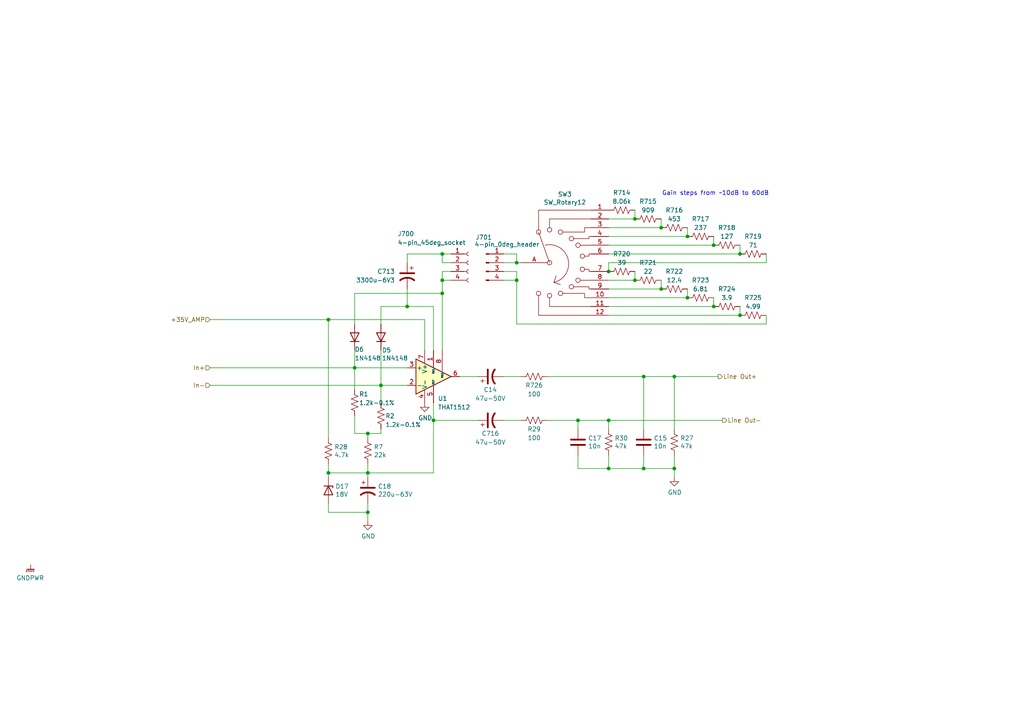
<source format=kicad_sch>
(kicad_sch (version 20231120) (generator "eeschema") (generator_version "8.0")
  (paper "A4")
  (lib_symbols
    (symbol "Amplifier_Audio:SSM2017P" (pin_names (offset 0.127))
      (property "Reference" "U" (at 7.62 5.08 0))
      (property "Value" "SSM2017P" (at 7.62 2.54 0))
      (symbol "SSM2017P_0_1"
        (polyline (pts (xy -5.08 5.08) (xy 5.08 0) (xy -5.08 -5.08) (xy -5.08 5.08)) (stroke (width 0.254)) (fill (type background)))
      )
      (symbol "SSM2017P_1_1"
        (pin input line (at 0 7.62 270) (length 5.08) (name "RG1") (number "1"))
        (pin input line (at -7.62 -2.54 0) (length 2.54) (name "-") (number "2"))
        (pin input line (at -7.62 2.54 0) (length 2.54) (name "+") (number "3"))
        (pin power_in line (at -2.54 -7.62 90) (length 3.81) (name "V-") (number "4"))
        (pin input line (at 0 -7.62 90) (length 5.08) (name "REF") (number "5"))
        (pin output line (at 7.62 0 180) (length 2.54) (name "~") (number "6"))
        (pin power_in line (at -2.54 7.62 270) (length 3.81) (name "V+") (number "7"))
        (pin input line (at 2.54 7.62 270) (length 6.35) (name "RG2") (number "8"))
      )
    )
    (symbol "Connector:Conn_01x04_Pin" (pin_names (offset 1.016) hide)
      (property "Reference" "J" (at 0 5.08 0))
      (property "Value" "Conn_01x04_Pin" (at 0 -7.62 0))
      (symbol "Conn_01x04_Pin_1_1"
        (polyline (pts (xy 1.27 -5.08) (xy 0.8636 -5.08)) (stroke (width 0.1524)))
        (polyline (pts (xy 1.27 -2.54) (xy 0.8636 -2.54)) (stroke (width 0.1524)))
        (polyline (pts (xy 1.27 0) (xy 0.8636 0)) (stroke (width 0.1524)))
        (polyline (pts (xy 1.27 2.54) (xy 0.8636 2.54)) (stroke (width 0.1524)))
        (rectangle (start 0.8636 -4.953) (end 0 -5.207) (stroke (width 0.1524)) (fill (type outline)))
        (rectangle (start 0.8636 -2.413) (end 0 -2.667) (stroke (width 0.1524)) (fill (type outline)))
        (rectangle (start 0.8636 0.127) (end 0 -0.127) (stroke (width 0.1524)) (fill (type outline)))
        (rectangle (start 0.8636 2.667) (end 0 2.413) (stroke (width 0.1524)) (fill (type outline)))
        (pin passive line (at 5.08 2.54 180) (length 3.81) (name "Pin_1") (number "1"))
        (pin passive line (at 5.08 0 180) (length 3.81) (name "Pin_2") (number "2"))
        (pin passive line (at 5.08 -2.54 180) (length 3.81) (name "Pin_3") (number "3"))
        (pin passive line (at 5.08 -5.08 180) (length 3.81) (name "Pin_4") (number "4"))
      )
    )
    (symbol "Connector:Conn_01x04_Socket" (pin_names (offset 1.016) hide)
      (property "Reference" "J" (at 0 5.08 0))
      (property "Value" "Conn_01x04_Socket" (at 0 -7.62 0))
      (symbol "Conn_01x04_Socket_1_1"
        (arc (start 0 -4.572) (mid -0.5058 -5.08) (end 0 -5.588) (stroke (width 0.1524)))
        (arc (start 0 -2.032) (mid -0.5058 -2.54) (end 0 -3.048) (stroke (width 0.1524)))
        (polyline (pts (xy -1.27 -5.08) (xy -0.508 -5.08)) (stroke (width 0.1524)))
        (polyline (pts (xy -1.27 -2.54) (xy -0.508 -2.54)) (stroke (width 0.1524)))
        (polyline (pts (xy -1.27 0) (xy -0.508 0)) (stroke (width 0.1524)))
        (polyline (pts (xy -1.27 2.54) (xy -0.508 2.54)) (stroke (width 0.1524)))
        (arc (start 0 0.508) (mid -0.5058 0) (end 0 -0.508) (stroke (width 0.1524)))
        (arc (start 0 3.048) (mid -0.5058 2.54) (end 0 2.032) (stroke (width 0.1524)))
        (pin passive line (at -5.08 2.54 0) (length 3.81) (name "Pin_1") (number "1"))
        (pin passive line (at -5.08 0 0) (length 3.81) (name "Pin_2") (number "2"))
        (pin passive line (at -5.08 -2.54 0) (length 3.81) (name "Pin_3") (number "3"))
        (pin passive line (at -5.08 -5.08 0) (length 3.81) (name "Pin_4") (number "4"))
      )
    )
    (symbol "Device:C" (pin_numbers hide) (pin_names (offset 0.254))
      (property "Reference" "C" (at 0.635 2.54 0))
      (property "Value" "C" (at 0.635 -2.54 0))
      (symbol "C_0_1"
        (polyline (pts (xy -2.032 -0.762) (xy 2.032 -0.762)) (stroke (width 0.508)))
        (polyline (pts (xy -2.032 0.762) (xy 2.032 0.762)) (stroke (width 0.508)))
      )
      (symbol "C_1_1"
        (pin passive line (at 0 3.81 270) (length 2.794) (name "~") (number "1"))
        (pin passive line (at 0 -3.81 90) (length 2.794) (name "~") (number "2"))
      )
    )
    (symbol "Device:C_Polarized_US" (pin_numbers hide) (pin_names (offset 0.254) hide)
      (property "Reference" "C" (at 0.635 2.54 0))
      (property "Value" "C_Polarized_US" (at 0.635 -2.54 0))
      (symbol "C_Polarized_US_0_1"
        (polyline (pts (xy -2.032 0.762) (xy 2.032 0.762)) (stroke (width 0.508)))
        (polyline (pts (xy -1.778 2.286) (xy -0.762 2.286)))
        (polyline (pts (xy -1.27 1.778) (xy -1.27 2.794)))
        (arc (start 2.032 -1.27) (mid 0 -0.5572) (end -2.032 -1.27) (stroke (width 0.508)))
      )
      (symbol "C_Polarized_US_1_1"
        (pin passive line (at 0 3.81 270) (length 2.794) (name "~") (number "1"))
        (pin passive line (at 0 -3.81 90) (length 3.302) (name "~") (number "2"))
      )
    )
    (symbol "Device:D" (pin_numbers hide) (pin_names (offset 1.016) hide)
      (property "Reference" "D" (at 0 2.54 0))
      (property "Value" "D" (at 0 -2.54 0))
      (symbol "D_0_1"
        (polyline (pts (xy -1.27 1.27) (xy -1.27 -1.27)) (stroke (width 0.254)))
        (polyline (pts (xy 1.27 0) (xy -1.27 0)))
        (polyline (pts (xy 1.27 1.27) (xy 1.27 -1.27) (xy -1.27 0) (xy 1.27 1.27)) (stroke (width 0.254)))
      )
      (symbol "D_1_1"
        (pin passive line (at -3.81 0 0) (length 2.54) (name "K") (number "1"))
        (pin passive line (at 3.81 0 180) (length 2.54) (name "A") (number "2"))
      )
    )
    (symbol "Device:D_Zener" (pin_numbers hide) (pin_names (offset 1.016) hide)
      (property "Reference" "D" (at 0 2.54 0))
      (property "Value" "D_Zener" (at 0 -2.54 0))
      (symbol "D_Zener_0_1"
        (polyline (pts (xy 1.27 0) (xy -1.27 0)))
        (polyline (pts (xy -1.27 -1.27) (xy -1.27 1.27) (xy -0.762 1.27)) (stroke (width 0.254)))
        (polyline (pts (xy 1.27 -1.27) (xy 1.27 1.27) (xy -1.27 0) (xy 1.27 -1.27)) (stroke (width 0.254)))
      )
      (symbol "D_Zener_1_1"
        (pin passive line (at -3.81 0 0) (length 2.54) (name "K") (number "1"))
        (pin passive line (at 3.81 0 180) (length 2.54) (name "A") (number "2"))
      )
    )
    (symbol "Device:R_US" (pin_numbers hide) (pin_names (offset 0))
      (property "Reference" "R" (at 2.54 0 90))
      (property "Value" "R_US" (at -2.54 0 90))
      (symbol "R_US_0_1"
        (polyline (pts (xy 0 -2.286) (xy 0 -2.54)))
        (polyline (pts (xy 0 2.286) (xy 0 2.54)))
        (polyline (pts (xy 0 -0.762) (xy 1.016 -1.143) (xy 0 -1.524) (xy -1.016 -1.905) (xy 0 -2.286)))
        (polyline (pts (xy 0 0.762) (xy 1.016 0.381) (xy 0 0) (xy -1.016 -0.381) (xy 0 -0.762)))
        (polyline (pts (xy 0 2.286) (xy 1.016 1.905) (xy 0 1.524) (xy -1.016 1.143) (xy 0 0.762)))
      )
      (symbol "R_US_1_1"
        (pin passive line (at 0 3.81 270) (length 1.27) (name "~") (number "1"))
        (pin passive line (at 0 -3.81 90) (length 1.27) (name "~") (number "2"))
      )
    )
    (symbol "power:GND" (power) (pin_names (offset 0))
      (property "Value" "GND" (at 0 -3.81 0))
      (symbol "GND_0_1"
        (polyline (pts (xy 0 0) (xy 0 -1.27) (xy 1.27 -1.27) (xy 0 -2.54) (xy -1.27 -1.27) (xy 0 -1.27)))
      )
      (symbol "GND_1_1"
        (pin power_in line (at 0 0 270) (length 0) hide (name "GND") (number "1"))
      )
    )
    (symbol "power:GNDPWR" (power) (pin_numbers hide) (pin_names (offset 0) hide)
      (property "Value" "GNDPWR" (at 0 -3.302 0))
      (symbol "GNDPWR_0_1"
        (polyline (pts (xy 0 -1.27) (xy 0 0)))
        (polyline (pts (xy -1.016 -1.27) (xy -1.27 -2.032) (xy -1.27 -2.032)) (stroke (width 0.2032)))
        (polyline (pts (xy -0.508 -1.27) (xy -0.762 -2.032) (xy -0.762 -2.032)) (stroke (width 0.2032)))
        (polyline (pts (xy 0 -1.27) (xy -0.254 -2.032) (xy -0.254 -2.032)) (stroke (width 0.2032)))
        (polyline (pts (xy 0.508 -1.27) (xy 0.254 -2.032) (xy 0.254 -2.032)) (stroke (width 0.2032)))
        (polyline (pts (xy 1.016 -1.27) (xy -1.016 -1.27) (xy -1.016 -1.27)) (stroke (width 0.2032)))
        (polyline (pts (xy 1.016 -1.27) (xy 0.762 -2.032) (xy 0.762 -2.032) (xy 0.762 -2.032)) (stroke (width 0.2032)))
      )
      (symbol "GNDPWR_1_1"
        (pin power_in line (at 0 0 270) (length 0) (name "~") (number "1"))
      )
    )
    (symbol "thatmicpre:SW_Rotary12" (pin_names (offset 1.016) hide)
      (property "Reference" "SW" (at 0 17.78 0))
      (property "Value" "SW_Rotary12" (at 0 -17.78 0))
      (symbol "SW_Rotary12_0_0"
        (circle (center -10.16 -8.89) (radius 0.635))
        (circle (center -10.16 8.89) (radius 0.635))
        (circle (center -6.985 -9.525) (radius 0.635))
        (circle (center -6.985 0) (radius 0.635))
        (circle (center -6.985 9.525) (radius 0.635))
        (arc (start -5.715 -5.715) (mid -1.5995 0.937) (end -8.255 5.08))
        (circle (center -3.81 -8.89) (radius 0.635))
        (circle (center -3.81 8.89) (radius 0.635))
        (circle (center -0.635 -6.985) (radius 0.635))
        (circle (center -0.635 6.985) (radius 0.635))
        (polyline (pts (xy -6.985 0) (xy -10.16 8.89)))
        (polyline (pts (xy -5.715 -5.715) (xy -5.08 -3.81)))
        (polyline (pts (xy -5.715 -5.715) (xy -3.81 -6.35)))
        (polyline (pts (xy 1.905 -5.08) (xy 5.08 -5.08)))
        (polyline (pts (xy 1.905 5.08) (xy 5.08 5.08)))
        (polyline (pts (xy -10.16 -9.525) (xy -10.16 -15.24) (xy 5.08 -15.24)))
        (polyline (pts (xy -10.16 9.525) (xy -10.16 15.24) (xy 5.08 15.24)))
        (polyline (pts (xy -6.985 -10.16) (xy -6.985 -12.7) (xy 5.08 -12.7)))
        (polyline (pts (xy -6.985 10.16) (xy -6.985 12.7) (xy 5.08 12.7)))
        (polyline (pts (xy -3.175 -8.89) (xy 3.175 -8.89) (xy 3.175 -10.16) (xy 5.08 -10.16)))
        (polyline (pts (xy -3.175 8.89) (xy 3.175 8.89) (xy 3.175 10.16) (xy 5.08 10.16)))
        (polyline (pts (xy 0 -6.985) (xy 4.445 -6.985) (xy 4.445 -7.62) (xy 5.08 -7.62)))
        (polyline (pts (xy 0 6.985) (xy 4.445 6.985) (xy 4.445 7.62) (xy 5.08 7.62)))
        (polyline (pts (xy 3.175 -1.905) (xy 4.445 -1.905) (xy 4.445 -2.54) (xy 5.08 -2.54)))
        (polyline (pts (xy 3.175 1.905) (xy 4.445 1.905) (xy 4.445 2.54) (xy 5.08 2.54)))
        (circle (center 1.27 -5.08) (radius 0.635))
        (circle (center 1.27 5.08) (radius 0.635))
        (circle (center 2.54 -1.905) (radius 0.635))
        (circle (center 2.54 1.905) (radius 0.635))
      )
      (symbol "SW_Rotary12_0_1"
        (pin passive line (at 10.16 15.24 180) (length 5.08) (name "1") (number "1"))
        (pin passive line (at 10.16 -10.16 180) (length 5.08) (name "10") (number "10"))
        (pin passive line (at 10.16 -12.7 180) (length 5.08) (name "11") (number "11"))
        (pin passive line (at 10.16 -15.24 180) (length 5.08) (name "12") (number "12"))
        (pin passive line (at 10.16 12.7 180) (length 5.08) (name "2") (number "2"))
        (pin passive line (at 10.16 10.16 180) (length 5.08) (name "3") (number "3"))
        (pin passive line (at 10.16 7.62 180) (length 5.08) (name "4") (number "4"))
        (pin passive line (at 10.16 5.08 180) (length 5.08) (name "5") (number "5"))
        (pin passive line (at 10.16 2.54 180) (length 5.08) (name "6") (number "6"))
        (pin passive line (at 10.16 -2.54 180) (length 5.08) (name "7") (number "7"))
        (pin passive line (at 10.16 -5.08 180) (length 5.08) (name "8") (number "8"))
        (pin passive line (at 10.16 -7.62 180) (length 5.08) (name "9") (number "9"))
        (pin passive line (at -15.24 0 0) (length 7.62) (name "A") (number "A"))
      )
    )
  )
  (junction (at 214.63 91.44))
  (junction (at 195.58 135.89))
  (junction (at 199.39 68.58))
  (junction (at 207.01 71.12))
  (junction (at 195.58 109.22))
  (junction (at 199.39 86.36))
  (junction (at 128.27 85.09))
  (junction (at 106.68 125.73))
  (junction (at 95.25 137.16))
  (junction (at 176.53 78.74))
  (junction (at 167.64 121.92))
  (junction (at 110.49 111.76))
  (junction (at 106.68 137.16))
  (junction (at 184.15 81.28))
  (junction (at 184.15 63.5))
  (junction (at 186.69 135.89))
  (junction (at 186.69 109.22))
  (junction (at 102.87 106.68))
  (junction (at 128.27 81.28))
  (junction (at 214.63 73.66))
  (junction (at 125.73 121.92))
  (junction (at 191.77 66.04))
  (junction (at 118.11 88.9))
  (junction (at 95.25 92.71))
  (junction (at 176.53 121.92))
  (junction (at 106.68 148.59))
  (junction (at 207.01 88.9))
  (junction (at 128.27 73.66))
  (junction (at 176.53 135.89))
  (junction (at 149.86 76.2))
  (junction (at 149.86 81.28))
  (junction (at 191.77 83.82))
  (wire (pts (xy 176.53 73.66) (xy 214.63 73.66)))
  (wire (pts (xy 214.63 71.12) (xy 214.63 73.66)))
  (wire (pts (xy 167.64 124.46) (xy 167.64 121.92)))
  (wire (pts (xy 149.86 78.74) (xy 149.86 81.28)))
  (wire (pts (xy 149.86 81.28) (xy 146.05 81.28)))
  (wire (pts (xy 186.69 135.89) (xy 195.58 135.89)))
  (wire (pts (xy 158.75 121.92) (xy 167.64 121.92)))
  (wire (pts (xy 176.53 78.74) (xy 176.53 76.2)))
  (wire (pts (xy 176.53 121.92) (xy 209.55 121.92)))
  (wire (pts (xy 138.43 109.22) (xy 133.35 109.22)))
  (wire (pts (xy 95.25 138.43) (xy 95.25 137.16)))
  (wire (pts (xy 207.01 68.58) (xy 207.01 71.12)))
  (wire (pts (xy 118.11 111.76) (xy 110.49 111.76)))
  (wire (pts (xy 149.86 76.2) (xy 151.13 76.2)))
  (wire (pts (xy 106.68 134.62) (xy 106.68 137.16)))
  (wire (pts (xy 106.68 151.13) (xy 106.68 148.59)))
  (wire (pts (xy 149.86 78.74) (xy 146.05 78.74)))
  (wire (pts (xy 176.53 83.82) (xy 191.77 83.82)))
  (wire (pts (xy 106.68 125.73) (xy 110.49 125.73)))
  (wire (pts (xy 195.58 138.43) (xy 195.58 135.89)))
  (wire (pts (xy 118.11 73.66) (xy 118.11 76.2)))
  (wire (pts (xy 102.87 125.73) (xy 106.68 125.73)))
  (wire (pts (xy 110.49 101.6) (xy 110.49 111.76)))
  (wire (pts (xy 199.39 68.58) (xy 176.53 68.58)))
  (wire (pts (xy 146.05 109.22) (xy 151.13 109.22)))
  (wire (pts (xy 184.15 60.96) (xy 184.15 63.5)))
  (wire (pts (xy 207.01 86.36) (xy 207.01 88.9)))
  (wire (pts (xy 106.68 138.43) (xy 106.68 137.16)))
  (wire (pts (xy 130.81 78.74) (xy 128.27 78.74)))
  (wire (pts (xy 195.58 109.22) (xy 208.28 109.22)))
  (wire (pts (xy 102.87 85.09) (xy 128.27 85.09)))
  (wire (pts (xy 176.53 86.36) (xy 199.39 86.36)))
  (wire (pts (xy 102.87 125.73) (xy 102.87 120.65)))
  (wire (pts (xy 158.75 109.22) (xy 186.69 109.22)))
  (wire (pts (xy 146.05 121.92) (xy 151.13 121.92)))
  (wire (pts (xy 125.73 121.92) (xy 125.73 137.16)))
  (wire (pts (xy 118.11 88.9) (xy 125.73 88.9)))
  (wire (pts (xy 214.63 88.9) (xy 214.63 91.44)))
  (wire (pts (xy 176.53 132.08) (xy 176.53 135.89)))
  (wire (pts (xy 128.27 78.74) (xy 128.27 81.28)))
  (wire (pts (xy 199.39 83.82) (xy 199.39 86.36)))
  (wire (pts (xy 102.87 101.6) (xy 102.87 106.68)))
  (wire (pts (xy 176.53 88.9) (xy 207.01 88.9)))
  (wire (pts (xy 184.15 63.5) (xy 176.53 63.5)))
  (wire (pts (xy 118.11 88.9) (xy 110.49 88.9)))
  (wire (pts (xy 110.49 116.84) (xy 110.49 111.76)))
  (wire (pts (xy 176.53 76.2) (xy 222.25 76.2)))
  (wire (pts (xy 199.39 66.04) (xy 199.39 68.58)))
  (wire (pts (xy 184.15 78.74) (xy 184.15 81.28)))
  (wire (pts (xy 191.77 63.5) (xy 191.77 66.04)))
  (wire (pts (xy 128.27 81.28) (xy 128.27 85.09)))
  (wire (pts (xy 195.58 135.89) (xy 195.58 132.08)))
  (wire (pts (xy 95.25 137.16) (xy 106.68 137.16)))
  (wire (pts (xy 176.53 66.04) (xy 191.77 66.04)))
  (wire (pts (xy 118.11 106.68) (xy 102.87 106.68)))
  (wire (pts (xy 60.96 106.68) (xy 102.87 106.68)))
  (wire (pts (xy 95.25 146.05) (xy 95.25 148.59)))
  (wire (pts (xy 95.25 148.59) (xy 106.68 148.59)))
  (wire (pts (xy 222.25 76.2) (xy 222.25 73.66)))
  (wire (pts (xy 191.77 81.28) (xy 191.77 83.82)))
  (wire (pts (xy 128.27 81.28) (xy 130.81 81.28)))
  (wire (pts (xy 102.87 113.03) (xy 102.87 106.68)))
  (wire (pts (xy 176.53 71.12) (xy 207.01 71.12)))
  (wire (pts (xy 106.68 148.59) (xy 106.68 146.05)))
  (wire (pts (xy 176.53 81.28) (xy 184.15 81.28)))
  (wire (pts (xy 149.86 81.28) (xy 149.86 93.98)))
  (wire (pts (xy 125.73 116.84) (xy 125.73 121.92)))
  (wire (pts (xy 195.58 109.22) (xy 186.69 109.22)))
  (wire (pts (xy 106.68 137.16) (xy 125.73 137.16)))
  (wire (pts (xy 128.27 85.09) (xy 128.27 101.6)))
  (wire (pts (xy 118.11 83.82) (xy 118.11 88.9)))
  (wire (pts (xy 95.25 92.71) (xy 123.19 92.71)))
  (wire (pts (xy 167.64 135.89) (xy 176.53 135.89)))
  (wire (pts (xy 95.25 92.71) (xy 95.25 127)))
  (wire (pts (xy 125.73 121.92) (xy 138.43 121.92)))
  (wire (pts (xy 60.96 111.76) (xy 110.49 111.76)))
  (wire (pts (xy 176.53 91.44) (xy 214.63 91.44)))
  (wire (pts (xy 60.96 92.71) (xy 95.25 92.71)))
  (wire (pts (xy 106.68 125.73) (xy 106.68 127)))
  (wire (pts (xy 123.19 92.71) (xy 123.19 101.6)))
  (wire (pts (xy 128.27 73.66) (xy 130.81 73.66)))
  (wire (pts (xy 167.64 121.92) (xy 176.53 121.92)))
  (wire (pts (xy 186.69 124.46) (xy 186.69 109.22)))
  (wire (pts (xy 195.58 124.46) (xy 195.58 109.22)))
  (wire (pts (xy 149.86 73.66) (xy 149.86 76.2)))
  (wire (pts (xy 125.73 88.9) (xy 125.73 101.6)))
  (wire (pts (xy 146.05 76.2) (xy 149.86 76.2)))
  (wire (pts (xy 167.64 132.08) (xy 167.64 135.89)))
  (wire (pts (xy 128.27 76.2) (xy 130.81 76.2)))
  (wire (pts (xy 110.49 125.73) (xy 110.49 124.46)))
  (wire (pts (xy 186.69 132.08) (xy 186.69 135.89)))
  (wire (pts (xy 146.05 73.66) (xy 149.86 73.66)))
  (wire (pts (xy 128.27 73.66) (xy 128.27 76.2)))
  (wire (pts (xy 110.49 88.9) (xy 110.49 93.98)))
  (wire (pts (xy 176.53 124.46) (xy 176.53 121.92)))
  (wire (pts (xy 95.25 134.62) (xy 95.25 137.16)))
  (wire (pts (xy 118.11 73.66) (xy 128.27 73.66)))
  (wire (pts (xy 149.86 93.98) (xy 222.25 93.98)))
  (wire (pts (xy 176.53 135.89) (xy 186.69 135.89)))
  (wire (pts (xy 222.25 91.44) (xy 222.25 93.98)))
  (wire (pts (xy 102.87 85.09) (xy 102.87 93.98)))
  (text "Gain steps from ~10dB to 60dB" (at 207.518 56.134 0) (effects (font (size 1.27 1.27))))
  (hierarchical_label "In+" (shape input) (at 60.96 106.68 180))
  (hierarchical_label "Line Out-" (shape output) (at 209.55 121.92 0))
  (hierarchical_label "+35V_AMP" (shape input) (at 60.96 92.71 180))
  (hierarchical_label "In-" (shape input) (at 60.96 111.76 180))
  (hierarchical_label "Line Out+" (shape output) (at 208.28 109.22 0))
  (symbol (lib_id "Amplifier_Audio:SSM2017P") (at 125.73 109.22 0) (unit 1)
    (property "Reference" "U1" (at 127 115.57 0) (effects (justify left)))
    (property "Value" "THAT1512" (at 127 118.11 0) (effects (justify left)))
    (property "Footprint" "Package_DIP:DIP-8_W7.62mm" (effects (hide yes)))
    (property "Mfr Part Nr" "1510P08-U" (effects (hide yes)))
  )
  (symbol (lib_id "Device:R_US") (at 102.87 116.84 0) (unit 1)
    (property "Reference" "R1" (at 104.14 114.3 0) (effects (justify left)))
    (property "Value" "1.2k-0.1%" (at 104.14 116.84 0) (effects (justify left)))
    (property "Footprint" "Resistor_THT:R_Axial_DIN0207_L6.3mm_D2.5mm_P10.16mm_Horizontal" (effects (hide yes)))
    (property "Mfr Part Nr" " MMB02070C1201FB200" (effects (hide yes)))
  )
  (symbol (lib_id "Device:R_US") (at 110.49 120.65 0) (unit 1)
    (property "Reference" "R2" (at 111.76 120.65 0) (effects (justify left)))
    (property "Value" "1.2k-0.1%" (at 111.76 123.19 0) (effects (justify left)))
    (property "Footprint" "Resistor_SMD:R_MELF_MMB-0207" (effects (hide yes)))
    (property "Mfr Part Nr" " MMB02070C1201FB200" (effects (hide yes)))
  )
  (symbol (lib_id "Device:R_US") (at 106.68 130.81 0) (unit 1)
    (property "Reference" "R7" (at 108.4072 129.6416 0) (effects (justify left)))
    (property "Value" "22k" (at 108.4072 131.953 0) (effects (justify left)))
    (property "Footprint" "Resistor_THT:R_Axial_DIN0207_L6.3mm_D2.5mm_P10.16mm_Horizontal" (effects (hide yes)))
    (property "Mfr Part Nr" "MF0207FTE52-22K" (effects (hide yes)))
  )
  (symbol (lib_id "power:GND") (at 123.19 116.84 0) (unit 1)
    (property "Reference" "#PWR015" (effects (hide yes)))
    (property "Value" "GND" (at 123.317 121.2342 0))
  )
  (symbol (lib_id "Device:R_US") (at 95.25 130.81 0) (unit 1)
    (property "Reference" "R28" (at 96.9772 129.6416 0) (effects (justify left)))
    (property "Value" "4.7k" (at 96.9772 131.953 0) (effects (justify left)))
    (property "Footprint" "Resistor_THT:R_Axial_DIN0207_L6.3mm_D2.5mm_P10.16mm_Horizontal" (effects (hide yes)))
    (property "Mfr Part Nr" "MF0207FRE52-4K7" (effects (hide yes)))
  )
  (symbol (lib_id "Device:D_Zener") (at 95.25 142.24 270) (unit 1)
    (property "Reference" "D17" (at 97.2566 141.0716 90) (effects (justify left)))
    (property "Value" "18V" (at 97.2566 143.383 90) (effects (justify left)))
    (property "Footprint" "Diode_THT:D_DO-34_SOD68_P7.62mm_Horizontal" (effects (hide yes)))
    (property "Mfr Part Nr" "BZX55B18-TAP" (effects (hide yes)))
  )
  (symbol (lib_id "Device:C_Polarized_US") (at 106.68 142.24 0) (unit 1)
    (property "Reference" "C18" (at 109.601 141.0716 0) (effects (justify left)))
    (property "Value" "220u-63V" (at 109.601 143.383 0) (effects (justify left)))
    (property "Footprint" "Capacitor_THT:CP_Radial_D10.0mm_P5.00mm" (effects (hide yes)))
    (property "Mfr Part Nr" "UVZ1E102MPD1CM" (effects (hide yes)))
  )
  (symbol (lib_id "power:GND") (at 106.68 151.13 0) (unit 1)
    (property "Reference" "#PWR024" (effects (hide yes)))
    (property "Value" "GND" (at 106.807 155.5242 0))
  )
  (symbol (lib_id "Device:C_Polarized_US") (at 142.24 109.22 90) (unit 1)
    (property "Reference" "C14" (at 142.24 113.03 90))
    (property "Value" "47u-50V" (at 142.24 115.57 90))
    (property "Footprint" "Capacitor_THT:CP_Radial_D6.3mm_P2.50mm" (effects (hide yes)))
    (property "Mfr Part Nr" "UFW1H470MED1TD" (effects (hide yes)))
  )
  (symbol (lib_id "Device:R_US") (at 195.58 128.27 0) (unit 1)
    (property "Reference" "R27" (at 197.3072 127.1016 0) (effects (justify left)))
    (property "Value" "47k" (at 197.3072 129.413 0) (effects (justify left)))
    (property "Footprint" "Resistor_SMD:R_MELF_MMB-0207" (effects (hide yes)))
    (property "Mfr Part Nr" "MMB02070C4702FB200" (effects (hide yes)))
  )
  (symbol (lib_id "Device:C") (at 186.69 128.27 0) (unit 1)
    (property "Reference" "C15" (at 189.611 127.1016 0) (effects (justify left)))
    (property "Value" "10n" (at 189.611 129.413 0) (effects (justify left)))
    (property "Footprint" "Capacitor_THT:C_Rect_L7.2mm_W3.0mm_P5.00mm_FKS2_FKP2_MKS2_MKP2" (effects (hide yes)))
    (property "Mfr Part Nr" "PHE426DJ5100JR05" (effects (hide yes)))
  )
  (symbol (lib_id "power:GND") (at 195.58 138.43 0) (unit 1)
    (property "Reference" "#PWR018" (effects (hide yes)))
    (property "Value" "GND" (at 195.707 142.8242 0))
  )
  (symbol (lib_id "Device:R_US") (at 154.94 121.92 270) (unit 1)
    (property "Reference" "R29" (at 154.94 124.46 90))
    (property "Value" "100" (at 154.94 127 90))
    (property "Footprint" "Resistor_THT:R_Axial_DIN0207_L6.3mm_D2.5mm_P10.16mm_Horizontal" (effects (hide yes)))
    (property "Mfr Part Nr" "MF0207FTE52-100R" (effects (hide yes)))
  )
  (symbol (lib_id "Device:R_US") (at 176.53 128.27 0) (unit 1)
    (property "Reference" "R30" (at 178.2572 127.1016 0) (effects (justify left)))
    (property "Value" "47k" (at 178.2572 129.413 0) (effects (justify left)))
    (property "Footprint" "Resistor_SMD:R_MELF_MMB-0207" (effects (hide yes)))
    (property "Mfr Part Nr" "MMB02070C4702FB200" (effects (hide yes)))
  )
  (symbol (lib_id "Device:C") (at 167.64 128.27 0) (unit 1)
    (property "Reference" "C17" (at 170.561 127.1016 0) (effects (justify left)))
    (property "Value" "10n" (at 170.561 129.413 0) (effects (justify left)))
    (property "Footprint" "Capacitor_THT:C_Rect_L7.2mm_W3.0mm_P5.00mm_FKS2_FKP2_MKS2_MKP2" (effects (hide yes)))
    (property "Mfr Part Nr" "PHE426DJ5100JR05" (effects (hide yes)))
  )
  (symbol (lib_id "Device:D") (at 110.49 97.79 90) (unit 1)
    (property "Reference" "D5" (at 110.744 101.5746 90) (effects (justify right)))
    (property "Value" "1N4148" (at 110.744 103.886 90) (effects (justify right)))
    (property "Footprint" "Diode_THT:D_DO-34_SOD68_P7.62mm_Horizontal" (effects (hide yes)))
    (property "Mfr Part Nr" "1N4148" (effects (hide yes)))
  )
  (symbol (lib_id "Device:D") (at 102.87 97.79 90) (unit 1)
    (property "Reference" "D6" (at 102.87 101.346 90) (effects (justify right)))
    (property "Value" "1N4148" (at 102.87 103.886 90) (effects (justify right)))
    (property "Footprint" "Diode_THT:D_DO-34_SOD68_P7.62mm_Horizontal" (effects (hide yes)))
    (property "Mfr Part Nr" "1N4148" (effects (hide yes)))
  )
  (symbol (lib_id "thatmicpre:SW_Rotary12") (at 166.37 76.2 0) (unit 1)
    (property "Reference" "SW3" (at 163.83 56.3626 0))
    (property "Value" "SW_Rotary12" (at 163.83 58.674 0))
    (property "Footprint" "my_kicad_footprints:LORINCK1049" (effects (hide yes)))
    (property "Datasheet" "http://cdn-reichelt.de/documents/datenblatt/C200/DS-Serie%23LOR.pdf" (effects (hide yes)))
    (property "Mfr Part Nr" "SR2612F-0112-38F5B-D8-S" (effects (hide yes)))
  )
  (symbol (lib_id "Device:R_US") (at 218.44 73.66 270) (unit 1)
    (property "Reference" "R719" (at 218.44 68.58 90))
    (property "Value" "71" (at 218.44 71.12 90))
    (property "Footprint" "Resistor_THT:R_Axial_DIN0207_L6.3mm_D2.5mm_P10.16mm_Horizontal" (effects (hide yes)))
    (property "Mfr Part Nr" "MFR50SFTE52-71R" (effects (hide yes)))
  )
  (symbol (lib_id "Device:R_US") (at 203.2 68.58 270) (unit 1)
    (property "Reference" "R717" (at 203.2 63.5 90))
    (property "Value" "237" (at 203.2 66.04 90))
    (property "Footprint" "Resistor_THT:R_Axial_DIN0207_L6.3mm_D2.5mm_P10.16mm_Horizontal" (effects (hide yes)))
    (property "Mfr Part Nr" "MFR50SFTE52-237R" (effects (hide yes)))
  )
  (symbol (lib_id "Device:R_US") (at 187.96 63.5 270) (unit 1)
    (property "Reference" "R715" (at 187.96 58.42 90))
    (property "Value" "909" (at 187.96 60.96 90))
    (property "Footprint" "Resistor_THT:R_Axial_DIN0207_L6.3mm_D2.5mm_P10.16mm_Horizontal" (effects (hide yes)))
    (property "Mfr Part Nr" "MFR50SFTE52-909R" (effects (hide yes)))
  )
  (symbol (lib_id "Device:C_Polarized_US") (at 118.11 80.01 0) (mirror y) (unit 1)
    (property "Reference" "C713" (at 114.554 78.74 0) (effects (justify left)))
    (property "Value" "3300u-6V3" (at 114.554 81.28 0) (effects (justify left)))
    (property "Footprint" "Capacitor_THT:CP_Radial_D10.0mm_P5.00mm" (effects (hide yes)))
    (property "Mfr Part Nr" "UFW0J332MPD" (effects (hide yes)))
  )
  (symbol (lib_id "Device:C_Polarized_US") (at 142.24 121.92 90) (unit 1)
    (property "Reference" "C716" (at 142.24 125.73 90))
    (property "Value" "47u-50V" (at 142.24 128.27 90))
    (property "Footprint" "Capacitor_THT:CP_Radial_D6.3mm_P2.50mm" (effects (hide yes)))
    (property "Mfr Part Nr" "UFW1H470MED1TD" (effects (hide yes)))
  )
  (symbol (lib_id "Device:R_US") (at 154.94 109.22 270) (unit 1)
    (property "Reference" "R726" (at 154.94 111.76 90))
    (property "Value" "100" (at 154.94 114.3 90))
    (property "Footprint" "Resistor_THT:R_Axial_DIN0207_L6.3mm_D2.5mm_P10.16mm_Horizontal" (effects (hide yes)))
    (property "Mfr Part Nr" "MF0207FTE52-100R" (effects (hide yes)))
  )
  (symbol (lib_id "Device:R_US") (at 195.58 83.82 270) (unit 1)
    (property "Reference" "R722" (at 195.58 78.74 90))
    (property "Value" "12.4" (at 195.58 81.28 90))
    (property "Footprint" "Resistor_THT:R_Axial_DIN0207_L6.3mm_D2.5mm_P10.16mm_Horizontal" (effects (hide yes)))
    (property "Mfr Part Nr" "MFR50SFTE52-12R4" (effects (hide yes)))
  )
  (symbol (lib_id "Device:R_US") (at 203.2 86.36 270) (unit 1)
    (property "Reference" "R723" (at 203.2 81.28 90))
    (property "Value" "6.81" (at 203.2 83.82 90))
    (property "Footprint" "Resistor_THT:R_Axial_DIN0207_L6.3mm_D2.5mm_P10.16mm_Horizontal" (effects (hide yes)))
    (property "Mfr Part Nr" "MFR50SFTE52-6R81" (effects (hide yes)))
  )
  (symbol (lib_id "Device:R_US") (at 180.34 78.74 270) (unit 1)
    (property "Reference" "R720" (at 180.34 73.66 90))
    (property "Value" "39" (at 180.34 76.2 90))
    (property "Footprint" "Resistor_THT:R_Axial_DIN0207_L6.3mm_D2.5mm_P10.16mm_Horizontal" (effects (hide yes)))
    (property "Mfr Part Nr" "MFR50SFTE52-39R" (effects (hide yes)))
  )
  (symbol (lib_id "Device:R_US") (at 210.82 88.9 270) (unit 1)
    (property "Reference" "R724" (at 210.82 83.82 90))
    (property "Value" "3.9" (at 210.82 86.36 90))
    (property "Footprint" "Resistor_THT:R_Axial_DIN0207_L6.3mm_D2.5mm_P10.16mm_Horizontal" (effects (hide yes)))
    (property "Mfr Part Nr" "MFR50SFTE52-3R9" (effects (hide yes)))
  )
  (symbol (lib_id "Device:R_US") (at 187.96 81.28 270) (unit 1)
    (property "Reference" "R721" (at 187.96 76.2 90))
    (property "Value" "22" (at 187.96 78.74 90))
    (property "Footprint" "Resistor_THT:R_Axial_DIN0207_L6.3mm_D2.5mm_P10.16mm_Horizontal" (effects (hide yes)))
    (property "Mfr Part Nr" "MFR50SFTE52-22R" (effects (hide yes)))
  )
  (symbol (lib_id "Device:R_US") (at 210.82 71.12 270) (unit 1)
    (property "Reference" "R718" (at 210.82 66.04 90))
    (property "Value" "127" (at 210.82 68.58 90))
    (property "Footprint" "Resistor_THT:R_Axial_DIN0207_L6.3mm_D2.5mm_P10.16mm_Horizontal" (effects (hide yes)))
    (property "Mfr Part Nr" "MFR50SFTE52-127R" (effects (hide yes)))
  )
  (symbol (lib_id "power:GNDPWR") (at 8.89 163.83 0) (unit 1)
    (property "Reference" "#PWR09" (effects (hide yes)))
    (property "Value" "GNDPWR" (at 8.763 167.64 0))
    (property "Description" "Power symbol creates a global label with name \"GNDPWR\" , global ground" (effects (hide yes)))
  )
  (symbol (lib_id "Connector:Conn_01x04_Socket") (at 135.89 76.2 0) (unit 1)
    (property "Reference" "J700" (at 115.316 67.818 0) (effects (justify left)))
    (property "Value" "4-pin_45deg_socket" (at 115.316 70.358 0) (effects (justify left)))
    (property "Description" "Generic connector, single row, 01x04, script generated" (effects (hide yes)))
  )
  (symbol (lib_id "Device:R_US") (at 195.58 66.04 270) (unit 1)
    (property "Reference" "R716" (at 195.58 60.96 90))
    (property "Value" "453" (at 195.58 63.5 90))
    (property "Footprint" "Resistor_THT:R_Axial_DIN0207_L6.3mm_D2.5mm_P10.16mm_Horizontal" (effects (hide yes)))
    (property "Mfr Part Nr" "MFR50SFTE52-453R" (effects (hide yes)))
  )
  (symbol (lib_id "Connector:Conn_01x04_Pin") (at 140.97 76.2 0) (unit 1)
    (property "Reference" "J701" (at 142.748 68.834 0) (effects (justify right)))
    (property "Value" "4-pin_0deg_header" (at 156.464 70.866 0) (effects (justify right)))
    (property "Description" "Generic connector, single row, 01x04, script generated" (effects (hide yes)))
  )
  (symbol (lib_id "Device:R_US") (at 180.34 60.96 270) (unit 1)
    (property "Reference" "R714" (at 180.34 55.88 90))
    (property "Value" "8.06k" (at 180.34 58.42 90))
    (property "Footprint" "Resistor_THT:R_Axial_DIN0207_L6.3mm_D2.5mm_P10.16mm_Horizontal" (effects (hide yes)))
    (property "Mfr Part Nr" "MFR50SFTE52-8K06" (effects (hide yes)))
  )
  (symbol (lib_id "Device:R_US") (at 218.44 91.44 90) (unit 1)
    (property "Reference" "R725" (at 218.44 86.36 90))
    (property "Value" "4.99" (at 218.44 88.9 90))
    (property "Footprint" "Resistor_THT:R_Axial_DIN0207_L6.3mm_D2.5mm_P10.16mm_Horizontal" (effects (hide yes)))
    (property "Mfr Part Nr" "MFR50SFTE52-4R99" (effects (hide yes)))
  )
)
</source>
